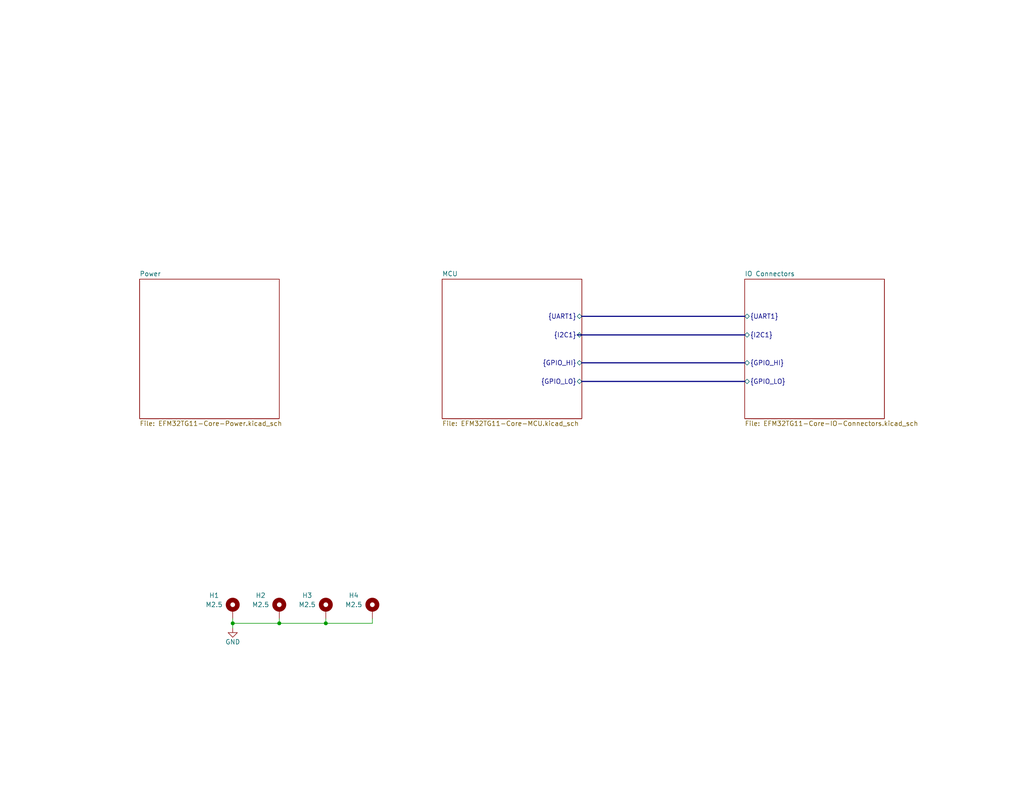
<source format=kicad_sch>
(kicad_sch (version 20211123) (generator eeschema)
  (paper "USLetter")
  (title_block (title "EFM32TG11-Core") (date "2022-02-18") (rev "A") (company "Project: EFM32TG11-Core") (comment 1 "Rev A: Initial Release"))
  (lib_symbols
    (symbol "Mechanical:MountingHole_Pad" (pin_numbers hide) (pin_names (offset 1.016) hide)
      (property "Reference" "H" (at 0 6.35 0))
      (property "Value" "MountingHole_Pad" (at 0 4.445 0))
      (symbol "MountingHole_Pad_0_1"
        (circle (center 0 1.27) (radius 1.27) (stroke (width 1.27)))
      )
      (symbol "MountingHole_Pad_1_1"
        (pin input line (at 0 -2.54 90) (length 2.54) (name "1") (number "1"))
      )
    )
    (symbol "power:GND" (power) (pin_names (offset 0))
      (property "Value" "GND" (at 0 -3.81 0))
      (symbol "GND_0_1"
        (polyline (pts (xy 0 0) (xy 0 -1.27) (xy 1.27 -1.27) (xy 0 -2.54) (xy -1.27 -1.27) (xy 0 -1.27)))
      )
      (symbol "GND_1_1"
        (pin power_in line (at 0 0 270) (length 0) hide (name "GND") (number "1"))
      )
    )
  )
  (junction (at 76.2 170.18))
  (junction (at 63.5 170.18))
  (junction (at 88.9 170.18))
  (bus (pts (xy 158.75 86.36) (xy 203.2 86.36)))
  (wire (pts (xy 76.2 170.18) (xy 63.5 170.18)))
  (wire (pts (xy 101.6 170.18) (xy 88.9 170.18)))
  (wire (pts (xy 63.5 170.18) (xy 63.5 171.45)))
  (wire (pts (xy 63.5 168.91) (xy 63.5 170.18)))
  (bus (pts (xy 158.75 99.06) (xy 203.2 99.06)))
  (bus (pts (xy 157.48 91.44) (xy 203.2 91.44)))
  (wire (pts (xy 101.6 168.91) (xy 101.6 170.18)))
  (bus (pts (xy 158.75 104.14) (xy 203.2 104.14)))
  (wire (pts (xy 88.9 168.91) (xy 88.9 170.18)))
  (wire (pts (xy 88.9 170.18) (xy 76.2 170.18)))
  (wire (pts (xy 76.2 168.91) (xy 76.2 170.18)))
  (symbol (lib_id "Mechanical:MountingHole_Pad") (at 101.6 166.37 0) (unit 1) (in_bom no)
    (property "Reference" "H4" (at 96.52 162.56 0))
    (property "Value" "M2.5" (at 96.52 165.1 0))
    (property "Footprint" "MountingHole:MountingHole_2.7mm_M2.5_Pad" (effects hide))
  )
  (symbol (lib_id "power:GND") (at 63.5 171.45 0) (unit 1)
    (property "Reference" "#PWR0124" (effects hide))
    (property "Value" "GND" (at 63.5 175.26 0))
  )
  (symbol (lib_id "Mechanical:MountingHole_Pad") (at 63.5 166.37 0) (unit 1) (in_bom no)
    (property "Reference" "H1" (at 58.42 162.56 0))
    (property "Value" "M2.5" (at 58.42 165.1 0))
    (property "Footprint" "MountingHole:MountingHole_2.7mm_M2.5_Pad" (effects hide))
  )
  (symbol (lib_id "Mechanical:MountingHole_Pad") (at 88.9 166.37 0) (unit 1) (in_bom no)
    (property "Reference" "H3" (at 83.82 162.56 0))
    (property "Value" "M2.5" (at 83.82 165.1 0))
    (property "Footprint" "MountingHole:MountingHole_2.7mm_M2.5_Pad" (effects hide))
  )
  (symbol (lib_id "Mechanical:MountingHole_Pad") (at 76.2 166.37 0) (unit 1) (in_bom no)
    (property "Reference" "H2" (at 71.12 162.56 0))
    (property "Value" "M2.5" (at 71.12 165.1 0))
    (property "Footprint" "MountingHole:MountingHole_2.7mm_M2.5_Pad" (effects hide))
  )
  (sheet (at 38.1 76.2) (size 38.1 38.1) (stroke (width 0.1524))
    (property "Sheet name" "Power" (at 38.1 75.4884 0) (effects (justify left bottom)))
    (property "Sheet file" "EFM32TG11-Core-Power.kicad_sch" (at 38.1 114.8846 0) (effects (justify left top)))
  )
  (sheet (at 120.65 76.2) (size 38.1 38.1) (stroke (width 0.1524))
    (property "Sheet name" "MCU" (at 120.65 75.4884 0) (effects (justify left bottom)))
    (property "Sheet file" "EFM32TG11-Core-MCU.kicad_sch" (at 120.65 114.8846 0) (effects (justify left top)))
    (pin "{I2C1}" bidirectional (at 158.75 91.44 0))
    (pin "{UART1}" bidirectional (at 158.75 86.36 0))
    (pin "{GPIO_HI}" bidirectional (at 158.75 99.06 0))
    (pin "{GPIO_LO}" bidirectional (at 158.75 104.14 0))
  )
  (sheet (at 203.2 76.2) (size 38.1 38.1) (stroke (width 0.1524))
    (property "Sheet name" "IO Connectors" (at 203.2 75.4884 0) (effects (justify left bottom)))
    (property "Sheet file" "EFM32TG11-Core-IO-Connectors.kicad_sch" (at 203.2 114.8846 0) (effects (justify left top)))
    (pin "{UART1}" bidirectional (at 203.2 86.36 180))
    (pin "{I2C1}" bidirectional (at 203.2 91.44 180))
    (pin "{GPIO_LO}" bidirectional (at 203.2 104.14 180))
    (pin "{GPIO_HI}" bidirectional (at 203.2 99.06 180))
  )
)
</source>
